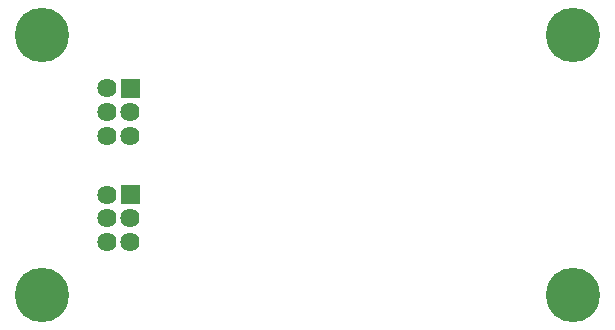
<source format=gbs>
G04 Layer: BottomSolderMaskLayer*
G04 EasyEDA v6.4.25, 2021-10-07T01:57:40+02:00*
G04 74d54719dcbb48859515a23e3f46d2e4,21b141c4020943fdbba11dee5124b23b,10*
G04 Gerber Generator version 0.2*
G04 Scale: 100 percent, Rotated: No, Reflected: No *
G04 Dimensions in millimeters *
G04 leading zeros omitted , absolute positions ,4 integer and 5 decimal *
%FSLAX45Y45*%
%MOMM*%

%ADD40C,1.6256*%
%ADD52C,4.6032*%

%LPD*%
G36*
X918718Y-781304D02*
G01*
X918718Y-618744D01*
X1081278Y-618744D01*
X1081278Y-781304D01*
G37*
D40*
G01*
X799922Y-700125D03*
G01*
X999921Y-900125D03*
G01*
X799922Y-900125D03*
G01*
X999921Y-1100124D03*
G01*
X799922Y-1100124D03*
G36*
X918718Y-1681226D02*
G01*
X918718Y-1518665D01*
X1081278Y-1518665D01*
X1081278Y-1681226D01*
G37*
G01*
X799922Y-1600047D03*
G01*
X999921Y-1800047D03*
G01*
X799922Y-1800047D03*
G01*
X999921Y-2000046D03*
G01*
X799922Y-2000046D03*
D52*
G01*
X250012Y-250012D03*
G01*
X4750003Y-250012D03*
G01*
X250012Y-2450007D03*
G01*
X4750003Y-2450007D03*
M02*

</source>
